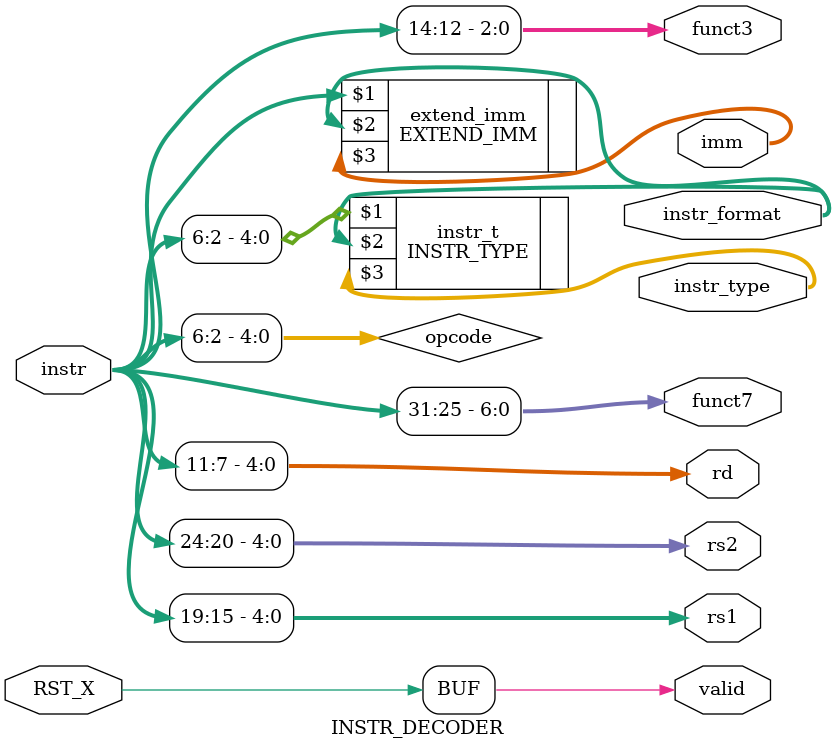
<source format=v>
module INSTR_DECODER(
    input wire RST_X,
    input wire [31:0] instr,
    output wire [4:0] rs1, rs2, rd,
    output wire [31:0] imm,
    output wire [2:0] funct3,
    output wire [6:0] funct7,
    output wire [4:0] instr_type,
    output wire [2:0] instr_format,
    output wire valid
);
    assign #5 rs1 = instr[19:15];
    assign #5 rs2 = instr[24:20];
    assign #5 rd = instr[11:7];
    assign #5 funct3 = instr[14:12];
    assign #5 funct7 = instr[31:25];
    
    wire [4:0] #5 opcode = instr[6:2];
 
    INSTR_TYPE instr_t(opcode, instr_format, instr_type);
    EXTEND_IMM extend_imm(instr, instr_format, imm);
    
    assign #5 valid = RST_X;
endmodule

</source>
